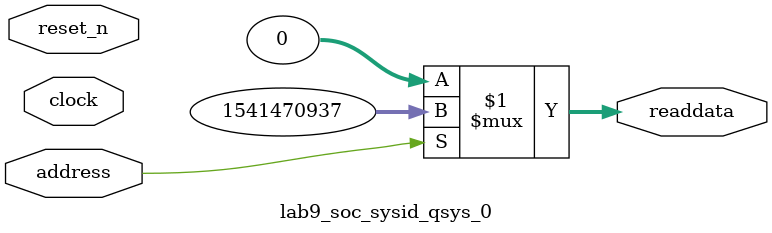
<source format=v>



// synthesis translate_off
`timescale 1ns / 1ps
// synthesis translate_on

// turn off superfluous verilog processor warnings 
// altera message_level Level1 
// altera message_off 10034 10035 10036 10037 10230 10240 10030 

module lab9_soc_sysid_qsys_0 (
               // inputs:
                address,
                clock,
                reset_n,

               // outputs:
                readdata
             )
;

  output  [ 31: 0] readdata;
  input            address;
  input            clock;
  input            reset_n;

  wire    [ 31: 0] readdata;
  //control_slave, which is an e_avalon_slave
  assign readdata = address ? 1541470937 : 0;

endmodule



</source>
